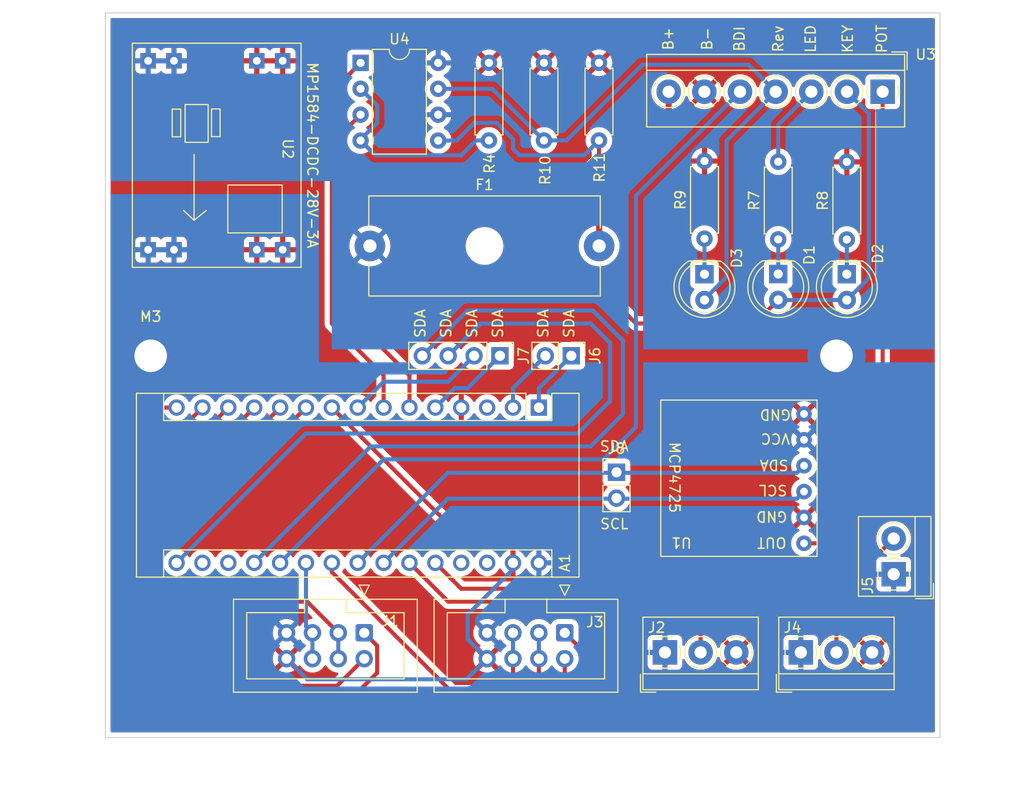
<source format=kicad_pcb>
(kicad_pcb (version 20211014) (generator pcbnew)
  (title_block (date "jeu. 02 avril 2015"))
  (layers (0 "F.Cu" signal) (31 "B.Cu" signal) (34 "B.Paste" user) (35 "F.Paste" user) (36 "B.SilkS" user "B.Silkscreen") (37 "F.SilkS" user "F.Silkscreen") (38 "B.Mask" user) (39 "F.Mask" user) (44 "Edge.Cuts" user))
  (net 0 "")
  (net 1 "GND")
  (net 5 "/ACT0_FB")
  (net 6 "/ACT1_FB")
  (net 7 "/ESTOP_IN")
  (net 8 "/BTS0_IS")
  (net 9 "/MOB_EN")
  (net 10 "/BTS1_IS")
  (net 11 "/MOB_DIR")
  (net 12 "/SDA")
  (net 13 "/BTS0_EN")
  (net 14 "/SCL")
  (net 15 "/BTS0_RPWM")
  (net 16 "/BATT_MON")
  (net 17 "/BTS0_LPWM")
  (net 18 "/BTS1_EN")
  (net 19 "VDD")
  (net 20 "/BTS1_RPWM")
  (net 22 "/BTS1_LPWM")
  (net 23 "Net-(D1-Pad1)")
  (net 24 "/KEY_SW")
  (net 25 "Net-(D2-Pad1)")
  (net 26 "Net-(D3-Pad1)")
  (net 27 "/REV_PIN")
  (net 28 "Net-(F1-Pad2)")
  (net 29 "Net-(R4-Pad2)")
  (net 30 "/MOB_LED")
  (net 31 "/VOUT")
  (net 32 "+24V")
  (net 33 "Net-(A1-Pad1)")
  (net 34 "Net-(A1-Pad2)")
  (net 36 "Net-(A1-Pad8)")
  (net 37 "Net-(A1-Pad5)")
  (net 38 "Net-(A1-Pad19)")
  (net 39 "Net-(J7-Pad3)")
  (footprint "stuipid-electronics-components:MPC4725-Sparkfun" (layer "F.Cu") (at 207.861075 92.71 180)
    (fp_text reference "U1" (at 13.3096 1.3462 180 unlocked) (layer "F.SilkS"))
    (fp_text value "MCP4725-Sparkfun")
    (fp_text user "VCC" (at 4.0894 11.557 180 unlocked) (layer "F.SilkS"))
    (fp_text user "SDA" (at 4.2164 8.9662 180 unlocked) (layer "F.SilkS"))
    (fp_text user "GND" (at 4.445 3.9116 180 unlocked) (layer "F.SilkS"))
    (fp_text user "SCL" (at 4.318 6.5024 180 unlocked) (layer "F.SilkS"))
    (fp_text user "MCP4725" (at 13.9954 7.747 270 unlocked) (layer "F.SilkS"))
    (fp_text user "GND" (at 4.0894 13.9192 180 unlocked) (layer "F.SilkS"))
    (fp_text user "OUT" (at 4.445 1.3462 180 unlocked) (layer "F.SilkS"))
    (pad "1" thru_hole circle locked (at 1.28 1.28 180) (size 1.524 1.524) (drill 0.762) (layers *.Cu *.Mask) (net 31 "/VOUT"))
    (pad "2" thru_hole circle locked (at 1.28 3.82 180) (size 1.524 1.524) (drill 0.762) (layers *.Cu *.Mask) (net 1 "GND"))
    (pad "3" thru_hole circle locked (at 1.28 6.36 180) (size 1.524 1.524) (drill 0.762) (layers *.Cu *.Mask) (net 14 "/SCL"))
    (pad "4" thru_hole circle locked (at 1.28 8.9 180) (size 1.524 1.524) (drill 0.762) (layers *.Cu *.Mask) (net 12 "/SDA"))
    (pad "5" thru_hole circle locked (at 1.28 11.44 180) (size 1.524 1.524) (drill 0.762) (layers *.Cu *.Mask) (net 19 "VDD"))
    (pad "6" thru_hole circle locked (at 1.28 13.98 180) (size 1.524 1.524) (drill 0.762) (layers *.Cu *.Mask) (net 1 "GND"))
  )
  (footprint "Module:Arduino_Nano" (layer "F.Cu") (at 180.556075 78.105 -90)
    (fp_text reference "A1" (at 15.23 -2.54 90) (layer "F.SilkS"))
    (fp_text value "Arduino_Nano_v2.x")
    (pad "1" thru_hole rect locked (at 0 0 270) (size 1.6 1.6) (drill 1) (layers *.Cu *.Mask) (net 33 "Net-(A1-Pad1)"))
    (pad "2" thru_hole oval locked (at 0 2.54 270) (size 1.6 1.6) (drill 1) (layers *.Cu *.Mask) (net 34 "Net-(A1-Pad2)"))
    (pad "3" thru_hole oval locked (at 0 5.08 270) (size 1.6 1.6) (drill 1) (layers *.Cu *.Mask))
    (pad "4" thru_hole oval locked (at 0 7.62 270) (size 1.6 1.6) (drill 1) (layers *.Cu *.Mask) (net 1 "GND"))
    (pad "5" thru_hole oval locked (at 0 10.16 270) (size 1.6 1.6) (drill 1) (layers *.Cu *.Mask) (net 37 "Net-(A1-Pad5)"))
    (pad "6" thru_hole oval locked (at 0 12.7 270) (size 1.6 1.6) (drill 1) (layers *.Cu *.Mask) (net 9 "/MOB_EN"))
    (pad "7" thru_hole oval locked (at 0 15.24 270) (size 1.6 1.6) (drill 1) (layers *.Cu *.Mask) (net 11 "/MOB_DIR"))
    (pad "8" thru_hole oval locked (at 0 17.78 270) (size 1.6 1.6) (drill 1) (layers *.Cu *.Mask) (net 36 "Net-(A1-Pad8)"))
    (pad "9" thru_hole oval locked (at 0 20.32 270) (size 1.6 1.6) (drill 1) (layers *.Cu *.Mask) (net 7 "/ESTOP_IN"))
    (pad "10" thru_hole oval locked (at 0 22.86 270) (size 1.6 1.6) (drill 1) (layers *.Cu *.Mask) (net 13 "/BTS0_EN"))
    (pad "11" thru_hole oval locked (at 0 25.4 270) (size 1.6 1.6) (drill 1) (layers *.Cu *.Mask) (net 17 "/BTS0_LPWM"))
    (pad "12" thru_hole oval locked (at 0 27.94 270) (size 1.6 1.6) (drill 1) (layers *.Cu *.Mask) (net 15 "/BTS0_RPWM"))
    (pad "13" thru_hole oval locked (at 0 30.48 270) (size 1.6 1.6) (drill 1) (layers *.Cu *.Mask) (net 18 "/BTS1_EN"))
    (pad "14" thru_hole oval locked (at 0 33.02 270) (size 1.6 1.6) (drill 1) (layers *.Cu *.Mask) (net 22 "/BTS1_LPWM"))
    (pad "15" thru_hole oval locked (at 0 35.56 270) (size 1.6 1.6) (drill 1) (layers *.Cu *.Mask) (net 20 "/BTS1_RPWM"))
    (pad "16" thru_hole oval locked (at 15.24 35.56 270) (size 1.6 1.6) (drill 1) (layers *.Cu *.Mask) (net 39 "Net-(J7-Pad3)"))
    (pad "17" thru_hole oval locked (at 15.24 33.02 270) (size 1.6 1.6) (drill 1) (layers *.Cu *.Mask))
    (pad "18" thru_hole oval locked (at 15.24 30.48 270) (size 1.6 1.6) (drill 1) (layers *.Cu *.Mask))
    (pad "19" thru_hole oval locked (at 15.24 27.94 270) (size 1.6 1.6) (drill 1) (layers *.Cu *.Mask) (net 38 "Net-(A1-Pad19)"))
    (pad "20" thru_hole oval locked (at 15.24 25.4 270) (size 1.6 1.6) (drill 1) (layers *.Cu *.Mask) (net 16 "/BATT_MON"))
    (pad "21" thru_hole oval locked (at 15.24 22.86 270) (size 1.6 1.6) (drill 1) (layers *.Cu *.Mask) (net 8 "/BTS0_IS"))
    (pad "22" thru_hole oval locked (at 15.24 20.32 270) (size 1.6 1.6) (drill 1) (layers *.Cu *.Mask) (net 10 "/BTS1_IS"))
    (pad "23" thru_hole oval locked (at 15.24 17.78 270) (size 1.6 1.6) (drill 1) (layers *.Cu *.Mask) (net 12 "/SDA"))
    (pad "24" thru_hole oval locked (at 15.24 15.24 270) (size 1.6 1.6) (drill 1) (layers *.Cu *.Mask) (net 14 "/SCL"))
    (pad "25" thru_hole oval locked (at 15.24 12.7 270) (size 1.6 1.6) (drill 1) (layers *.Cu *.Mask) (net 5 "/ACT0_FB"))
    (pad "26" thru_hole oval locked (at 15.24 10.16 270) (size 1.6 1.6) (drill 1) (layers *.Cu *.Mask) (net 6 "/ACT1_FB"))
    (pad "27" thru_hole oval locked (at 15.24 7.62 270) (size 1.6 1.6) (drill 1) (layers *.Cu *.Mask))
    (pad "28" thru_hole oval locked (at 15.24 5.08 270) (size 1.6 1.6) (drill 1) (layers *.Cu *.Mask))
    (pad "29" thru_hole oval locked (at 15.24 2.54 270) (size 1.6 1.6) (drill 1) (layers *.Cu *.Mask) (net 1 "GND"))
    (pad "30" thru_hole oval locked (at 15.24 0 270) (size 1.6 1.6) (drill 1) (layers *.Cu *.Mask) (net 19 "VDD"))
  )
  (footprint "Resistor_THT:R_Axial_DIN0207_L6.3mm_D2.5mm_P7.62mm_Horizontal" (layer "F.Cu") (at 204.051075 61.595 90)
    (fp_text reference "R7" (at 3.81 -2.37 90) (layer "F.SilkS"))
    (fp_text value "330R")
    (pad "1" thru_hole circle locked (at 0 0 90) (size 1.6 1.6) (drill 0.8) (layers *.Cu *.Mask) (net 23 "Net-(D1-Pad1)"))
    (pad "2" thru_hole oval locked (at 7.62 0 90) (size 1.6 1.6) (drill 0.8) (layers *.Cu *.Mask) (net 30 "/MOB_LED"))
  )
  (footprint "TerminalBlock_4Ucon:TerminalBlock_4Ucon_1x03_P3.50mm_Horizontal" (layer "F.Cu") (at 192.931075 102.135)
    (fp_text reference "J2" (at -0.818 -2.44) (layer "F.SilkS"))
    (fp_text value "Act0-FB")
    (pad "1" thru_hole rect locked (at 0 0) (size 2.4 2.4) (drill 1.2) (layers *.Cu *.Mask) (net 19 "VDD"))
    (pad "2" thru_hole circle locked (at 3.5 0) (size 2.4 2.4) (drill 1.2) (layers *.Cu *.Mask) (net 5 "/ACT0_FB"))
    (pad "3" thru_hole circle locked (at 7 0) (size 2.4 2.4) (drill 1.2) (layers *.Cu *.Mask) (net 1 "GND"))
  )
  (footprint "LED_THT:LED_D5.0mm" (layer "F.Cu") (at 204.051075 64.99675 -90)
    (fp_text reference "D1" (at -1.8655 -3.048 90) (layer "F.SilkS"))
    (fp_text value "LED")
    (pad "1" thru_hole rect locked (at 0 0 270) (size 1.8 1.8) (drill 0.9) (layers *.Cu *.Mask) (net 23 "Net-(D1-Pad1)"))
    (pad "2" thru_hole circle locked (at 2.54 0 270) (size 1.8 1.8) (drill 0.9) (layers *.Cu *.Mask) (net 24 "/KEY_SW"))
  )
  (footprint "Fuse:Fuseholder_Cylinder-5x20mm_Schurter_0031_8201_Horizontal_Open" (layer "F.Cu") (at 163.972075 62.24225)
    (fp_text reference "F1" (at 11.25 -6) (layer "F.SilkS"))
    (fp_text value "Fuse")
    (pad "" np_thru_hole circle locked (at 11.25 0) (size 2.7 2.7) (drill 2.7) (layers *.Cu *.Mask))
    (pad "1" thru_hole circle locked (at 0 0) (size 3 3) (drill 1.3) (layers *.Cu *.Mask) (net 32 "+24V"))
    (pad "2" thru_hole circle locked (at 22.5 0) (size 3 3) (drill 1.3) (layers *.Cu *.Mask) (net 28 "Net-(F1-Pad2)"))
  )
  (footprint "LED_THT:LED_D5.0mm" (layer "F.Cu") (at 210.782075 65.009 -90)
    (fp_text reference "D2" (at -2.00475 -3.048 90) (layer "F.SilkS"))
    (fp_text value "LED")
    (pad "1" thru_hole rect locked (at 0 0 270) (size 1.8 1.8) (drill 0.9) (layers *.Cu *.Mask) (net 25 "Net-(D2-Pad1)"))
    (pad "2" thru_hole circle locked (at 2.54 0 270) (size 1.8 1.8) (drill 0.9) (layers *.Cu *.Mask) (net 24 "/KEY_SW"))
  )
  (footprint "TerminalBlock_4Ucon:TerminalBlock_4Ucon_1x02_P3.50mm_Horizontal" (layer "F.Cu") (at 215.381075 94.46 90)
    (fp_text reference "J5" (at -1.115 -2.54 90) (layer "F.SilkS"))
    (fp_text value "ESTOP_INPUT")
    (pad "1" thru_hole rect locked (at 0 0 90) (size 2.4 2.4) (drill 1.2) (layers *.Cu *.Mask) (net 19 "VDD"))
    (pad "2" thru_hole circle locked (at 3.5 0 90) (size 2.4 2.4) (drill 1.2) (layers *.Cu *.Mask) (net 7 "/ESTOP_IN"))
  )
  (footprint "Resistor_THT:R_Axial_DIN0207_L6.3mm_D2.5mm_P7.62mm_Horizontal" (layer "F.Cu") (at 181.055314 44.265489 -90)
    (fp_text reference "R10" (at 10.541 -0.123 90) (layer "F.SilkS"))
    (fp_text value "75R")
    (pad "1" thru_hole circle locked (at 0 0 270) (size 1.6 1.6) (drill 0.8) (layers *.Cu *.Mask) (net 1 "GND"))
    (pad "2" thru_hole oval locked (at 7.62 0 270) (size 1.6 1.6) (drill 0.8) (layers *.Cu *.Mask) (net 27 "/REV_PIN"))
  )
  (footprint "Connector_PinHeader_2.54mm:PinHeader_1x04_P2.54mm_Vertical" (layer "F.Cu") (at 176.736075 73.025 -90)
    (fp_text reference "J7" (at 0 -2.33 90) (layer "F.SilkS"))
    (fp_text value "Breakout")
    (pad "1" thru_hole rect locked (at 0 0 270) (size 1.7 1.7) (drill 1) (layers *.Cu *.Mask) (net 37 "Net-(A1-Pad5)"))
    (pad "2" thru_hole oval locked (at 0 2.54 270) (size 1.7 1.7) (drill 1) (layers *.Cu *.Mask) (net 36 "Net-(A1-Pad8)"))
    (pad "3" thru_hole oval locked (at 0 5.08 270) (size 1.7 1.7) (drill 1) (layers *.Cu *.Mask) (net 39 "Net-(J7-Pad3)"))
    (pad "4" thru_hole oval locked (at 0 7.62 270) (size 1.7 1.7) (drill 1) (layers *.Cu *.Mask) (net 38 "Net-(A1-Pad19)"))
  )
  (footprint "Resistor_THT:R_Axial_DIN0207_L6.3mm_D2.5mm_P7.62mm_Horizontal" (layer "F.Cu") (at 210.782075 61.60725 90)
    (fp_text reference "R8" (at 3.81 -2.37 90) (layer "F.SilkS"))
    (fp_text value "330R")
    (pad "1" thru_hole circle locked (at 0 0 90) (size 1.6 1.6) (drill 0.8) (layers *.Cu *.Mask) (net 25 "Net-(D2-Pad1)"))
    (pad "2" thru_hole oval locked (at 7.62 0 90) (size 1.6 1.6) (drill 0.8) (layers *.Cu *.Mask) (net 1 "GND"))
  )
  (footprint "Connector_IDC:IDC-Header_2x04_P2.54mm_Vertical" (layer "F.Cu") (at 183.096075 100.2125 -90)
    (fp_text reference "J3" (at -1.048591 -2.96 -180) (layer "F.SilkS"))
    (fp_text value "BTS7968-1")
    (pad "1" thru_hole roundrect locked (at 0 0 270) (size 1.7 1.7) (drill 1) (layers *.Cu *.Mask) (roundrect_rratio 0.147059) (net 20 "/BTS1_RPWM"))
    (pad "2" thru_hole circle locked (at 2.54 0 270) (size 1.7 1.7) (drill 1) (layers *.Cu *.Mask) (net 22 "/BTS1_LPWM"))
    (pad "3" thru_hole circle locked (at 0 2.54 270) (size 1.7 1.7) (drill 1) (layers *.Cu *.Mask) (net 18 "/BTS1_EN"))
    (pad "4" thru_hole circle locked (at 2.54 2.54 270) (size 1.7 1.7) (drill 1) (layers *.Cu *.Mask) (net 18 "/BTS1_EN"))
    (pad "5" thru_hole circle locked (at 0 5.08 270) (size 1.7 1.7) (drill 1) (layers *.Cu *.Mask) (net 10 "/BTS1_IS"))
    (pad "6" thru_hole circle locked (at 2.54 5.08 270) (size 1.7 1.7) (drill 1) (layers *.Cu *.Mask) (net 10 "/BTS1_IS"))
    (pad "7" thru_hole circle locked (at 0 7.62 270) (size 1.7 1.7) (drill 1) (layers *.Cu *.Mask) (net 19 "VDD"))
    (pad "8" thru_hole circle locked (at 2.54 7.62 270) (size 1.7 1.7) (drill 1) (layers *.Cu *.Mask) (net 1 "GND"))
  )
  (footprint "Connector_PinHeader_2.54mm:PinHeader_1x02_P2.54mm_Vertical" (layer "F.Cu") (at 188.176075 84.455)
    (fp_text reference "J8" (at 0 -2.33) (layer "F.SilkS"))
    (fp_text value "I2C")
    (pad "1" thru_hole rect locked (at 0 0) (size 1.7 1.7) (drill 1) (layers *.Cu *.Mask) (net 12 "/SDA"))
    (pad "2" thru_hole oval locked (at 0 2.54) (size 1.7 1.7) (drill 1) (layers *.Cu *.Mask) (net 14 "/SCL"))
  )
  (footprint "Resistor_THT:R_Axial_DIN0207_L6.3mm_D2.5mm_P7.62mm_Horizontal" (layer "F.Cu") (at 186.455314 44.265489 -90)
    (fp_text reference "R11" (at 10.287 -0.057 90) (layer "F.SilkS"))
    (fp_text value "75R")
    (pad "1" thru_hole circle locked (at 0 0 270) (size 1.6 1.6) (drill 0.8) (layers *.Cu *.Mask) (net 1 "GND"))
    (pad "2" thru_hole oval locked (at 7.62 0 270) (size 1.6 1.6) (drill 0.8) (layers *.Cu *.Mask) (net 24 "/KEY_SW"))
  )
  (footprint "Connector_PinHeader_2.54mm:PinHeader_1x02_P2.54mm_Vertical" (layer "F.Cu") (at 183.736075 73.025 -90)
    (fp_text reference "J6" (at 0 -2.33 90) (layer "F.SilkS"))
    (fp_text value "UART")
    (pad "1" thru_hole rect locked (at 0 0 270) (size 1.7 1.7) (drill 1) (layers *.Cu *.Mask) (net 33 "Net-(A1-Pad1)"))
    (pad "2" thru_hole oval locked (at 0 2.54 270) (size 1.7 1.7) (drill 1) (layers *.Cu *.Mask) (net 34 "Net-(A1-Pad2)"))
  )
  (footprint "" (layer "F.Cu") (at 209.766075 73.025)
    (fp_text reference "" (at 0 0) (layer "F.SilkS") (effects (font (size 1.27 1.27))))
    (fp_text value "" (at 0 0) (layer "F.SilkS") (effects (font (size 1.27 1.27))))
    (pad "1" thru_hole circle locked (at 0 0) (size 5.7 5.7) (drill 3.2) (layers *.Cu *.Mask))
  )
  (footprint "Connector_IDC:IDC-Header_2x04_P2.54mm_Vertical" (layer "F.Cu") (at 163.411075 100.2125 -90)
    (fp_text reference "J1" (at -1.1525 -2.54 -180) (layer "F.SilkS"))
    (fp_text value "BTS7968-0")
    (pad "1" thru_hole roundrect locked (at 0 0 270) (size 1.7 1.7) (drill 1) (layers *.Cu *.Mask) (roundrect_rratio 0.147059) (net 15 "/BTS0_RPWM"))
    (pad "2" thru_hole circle locked (at 2.54 0 270) (size 1.7 1.7) (drill 1) (layers *.Cu *.Mask) (net 17 "/BTS0_LPWM"))
    (pad "3" thru_hole circle locked (at 0 2.54 270) (size 1.7 1.7) (drill 1) (layers *.Cu *.Mask) (net 13 "/BTS0_EN"))
    (pad "4" thru_hole circle locked (at 2.54 2.54 270) (size 1.7 1.7) (drill 1) (layers *.Cu *.Mask) (net 13 "/BTS0_EN"))
    (pad "5" thru_hole circle locked (at 0 5.08 270) (size 1.7 1.7) (drill 1) (layers *.Cu *.Mask) (net 8 "/BTS0_IS"))
    (pad "6" thru_hole circle locked (at 2.54 5.08 270) (size 1.7 1.7) (drill 1) (layers *.Cu *.Mask) (net 8 "/BTS0_IS"))
    (pad "7" thru_hole circle locked (at 0 7.62 270) (size 1.7 1.7) (drill 1) (layers *.Cu *.Mask) (net 19 "VDD"))
    (pad "8" thru_hole circle locked (at 2.54 7.62 270) (size 1.7 1.7) (drill 1) (layers *.Cu *.Mask) (net 1 "GND"))
  )
  (footprint "Resistor_THT:R_Axial_DIN0207_L6.3mm_D2.5mm_P7.62mm_Horizontal" (layer "F.Cu") (at 196.812075 61.5275 90)
    (fp_text reference "R9" (at 3.81 -2.37 90) (layer "F.SilkS"))
    (fp_text value "330R")
    (pad "1" thru_hole circle locked (at 0 0 90) (size 1.6 1.6) (drill 0.8) (layers *.Cu *.Mask) (net 26 "Net-(D3-Pad1)"))
    (pad "2" thru_hole oval locked (at 7.62 0 90) (size 1.6 1.6) (drill 0.8) (layers *.Cu *.Mask) (net 1 "GND"))
  )
  (footprint "stuipid-electronics-components:MP1584" (layer "F.Cu") (at 148.806075 53.34 -90)
    (fp_text reference "U2" (at -0.635 -7.112 -90 unlocked) (layer "F.SilkS"))
    (fp_text value "MP1584-DCDC-28V-3A" (at 0 -9.525 -90 unlocked) (layer "F.SilkS"))
    (pad "1" thru_hole rect locked (at -9.271 6.604 270) (size 1.524 1.524) (drill 0.762) (layers *.Cu *.Mask) (net 32 "+24V"))
    (pad "1" thru_hole rect locked (at -9.271 4.064 270) (size 1.524 1.524) (drill 0.762) (layers *.Cu *.Mask) (net 32 "+24V"))
    (pad "2" thru_hole rect locked (at -9.271 -4.064 270) (size 1.524 1.524) (drill 0.762) (layers *.Cu *.Mask) (net 1 "GND"))
    (pad "2" thru_hole rect locked (at -9.271 -6.604 270) (size 1.524 1.524) (drill 0.762) (layers *.Cu *.Mask) (net 1 "GND"))
    (pad "3" thru_hole rect locked (at 9.271 -6.604 270) (size 1.524 1.524) (drill 0.762) (layers *.Cu *.Mask) (net 1 "GND"))
    (pad "3" thru_hole rect locked (at 9.271 -4.064 270) (size 1.524 1.524) (drill 0.762) (layers *.Cu *.Mask) (net 1 "GND"))
    (pad "4" thru_hole rect locked (at 9.271 4.064 270) (size 1.524 1.524) (drill 0.762) (layers *.Cu *.Mask) (net 19 "VDD"))
    (pad "4" thru_hole rect locked (at 9.271 6.604 270) (size 1.524 1.524) (drill 0.762) (layers *.Cu *.Mask) (net 19 "VDD"))
  )
  (footprint "MountingHole:MountingHole_3.2mm_M3_ISO7380_Pad" (layer "F.Cu") (at 142.456075 73.025)
    (fp_text reference "M3" (at 0 -3.85) (layer "F.SilkS"))
    (fp_text value "MountingHole_3.2mm_M3_ISO7380_Pad")
    (pad "1" thru_hole circle locked (at 0 0) (size 5.7 5.7) (drill 3.2) (layers *.Cu *.Mask))
  )
  (footprint "LED_THT:LED_D5.0mm" (layer "F.Cu") (at 196.812075 65.009 -90)
    (fp_text reference "D3" (at -1.56425 -3.175 90) (layer "F.SilkS"))
    (fp_text value "LED")
    (pad "1" thru_hole rect locked (at 0 0 270) (size 1.8 1.8) (drill 0.9) (layers *.Cu *.Mask) (net 26 "Net-(D3-Pad1)"))
    (pad "2" thru_hole circle locked (at 2.54 0 270) (size 1.8 1.8) (drill 0.9) (layers *.Cu *.Mask) (net 27 "/REV_PIN"))
  )
  (footprint "Package_DIP:DIP-8_W7.62mm" (layer "F.Cu") (at 163.055314 44.275489)
    (fp_text reference "U4" (at 3.81 -2.33) (layer "F.SilkS"))
    (fp_text value "DUAL-OPTO")
    (pad "1" thru_hole rect locked (at 0 0) (size 1.6 1.6) (drill 0.8) (layers *.Cu *.Mask) (net 11 "/MOB_DIR"))
    (pad "2" thru_hole oval locked (at 0 2.54) (size 1.6 1.6) (drill 0.8) (layers *.Cu *.Mask) (net 29 "Net-(R4-Pad2)"))
    (pad "3" thru_hole oval locked (at 0 5.08) (size 1.6 1.6) (drill 0.8) (layers *.Cu *.Mask) (net 9 "/MOB_EN"))
    (pad "4" thru_hole oval locked (at 0 7.62) (size 1.6 1.6) (drill 0.8) (layers *.Cu *.Mask) (net 29 "Net-(R4-Pad2)"))
    (pad "5" thru_hole oval locked (at 7.62 7.62) (size 1.6 1.6) (drill 0.8) (layers *.Cu *.Mask) (net 24 "/KEY_SW"))
    (pad "6" thru_hole oval locked (at 7.62 5.08) (size 1.6 1.6) (drill 0.8) (layers *.Cu *.Mask) (net 32 "+24V"))
    (pad "7" thru_hole oval locked (at 7.62 2.54) (size 1.6 1.6) (drill 0.8) (layers *.Cu *.Mask) (net 27 "/REV_PIN"))
    (pad "8" thru_hole oval locked (at 7.62 0) (size 1.6 1.6) (drill 0.8) (layers *.Cu *.Mask) (net 32 "+24V"))
  )
  (footprint "TerminalBlock_4Ucon:TerminalBlock_4Ucon_1x07_P3.50mm_Horizontal" (layer "F.Cu") (at 214.297075 47.10225 180)
    (fp_text reference "U3" (at -4.232 3.656) (layer "F.SilkS"))
    (fp_text value "stupid-curtis-unit-basic")
    (pad "1" thru_hole rect locked (at 0 0 180) (size 2.4 2.4) (drill 1.2) (layers *.Cu *.Mask) (net 31 "/VOUT"))
    (pad "2" thru_hole circle locked (at 3.5 0 180) (size 2.4 2.4) (drill 1.2) (layers *.Cu *.Mask) (net 24 "/KEY_SW"))
    (pad "3" thru_hole circle locked (at 7 0 180) (size 2.4 2.4) (drill 1.2) (layers *.Cu *.Mask) (net 30 "/MOB_LED"))
    (pad "4" thru_hole circle locked (at 10.5 0 180) (size 2.4 2.4) (drill 1.2) (layers *.Cu *.Mask) (net 27 "/REV_PIN"))
    (pad "5" thru_hole circle locked (at 14 0 180) (size 2.4 2.4) (drill 1.2) (layers *.Cu *.Mask) (net 16 "/BATT_MON"))
    (pad "6" thru_hole circle locked (at 17.5 0 180) (size 2.4 2.4) (drill 1.2) (layers *.Cu *.Mask) (net 1 "GND"))
    (pad "7" thru_hole circle locked (at 21 0 180) (size 2.4 2.4) (drill 1.2) (layers *.Cu *.Mask) (net 28 "Net-(F1-Pad2)"))
  )
  (footprint "Resistor_THT:R_Axial_DIN0207_L6.3mm_D2.5mm_P7.62mm_Horizontal" (layer "F.Cu") (at 175.655314 44.265489 -90)
    (fp_text reference "R4" (at 9.906 -0.062 90) (layer "F.SilkS"))
    (fp_text value "68R")
    (pad "1" thru_hole circle locked (at 0 0 270) (size 1.6 1.6) (drill 0.8) (layers *.Cu *.Mask) (net 1 "GND"))
    (pad "2" thru_hole oval locked (at 7.62 0 270) (size 1.6 1.6) (drill 0.8) (layers *.Cu *.Mask) (net 29 "Net-(R4-Pad2)"))
  )
  (footprint "TerminalBlock_4Ucon:TerminalBlock_4Ucon_1x03_P3.50mm_Horizontal" (layer "F.Cu") (at 206.266075 102.135)
    (fp_text reference "J4" (at -0.818 -2.44) (layer "F.SilkS"))
    (fp_text value "Act1-FB")
    (pad "1" thru_hole rect locked (at 0 0) (size 2.4 2.4) (drill 1.2) (layers *.Cu *.Mask) (net 19 "VDD"))
    (pad "2" thru_hole circle locked (at 3.5 0) (size 2.4 2.4) (drill 1.2) (layers *.Cu *.Mask) (net 6 "/ACT1_FB"))
    (pad "3" thru_hole circle locked (at 7 0) (size 2.4 2.4) (drill 1.2) (layers *.Cu *.Mask) (net 1 "GND"))
  )
  (gr_rect (start 138.011075 110.49) (end 219.926075 39.37) (layer "Edge.Cuts") (width 0.1) (fill none))
  (gr_text "SDA" (at 168.91 69.85 90) (layer "F.SilkS") (effects (font (size 1 1))))
  (gr_text "B-" (at 197.066075 41.91 90) (layer "F.SilkS") (effects (font (size 1 1))))
  (gr_text "SDA" (at 180.975 69.85 90) (layer "F.SilkS") (effects (font (size 1 1))))
  (gr_text "BDI\n" (at 200.241075 41.91 90) (layer "F.SilkS") (effects (font (size 1 1))))
  (gr_text "SCL" (at 187.96 89.535) (layer "F.SilkS") (effects (font (size 1 1))))
  (gr_text "SDA" (at 171.45 69.85 90) (layer "F.SilkS") (effects (font (size 1 1))))
  (gr_text "Rev" (at 204.051075 41.91 90) (layer "F.SilkS") (effects (font (size 1 1))))
  (gr_text "SDA" (at 173.99 69.85 90) (layer "F.SilkS") (effects (font (size 1 1))))
  (gr_text "SDA" (at 176.53 69.85 90) (layer "F.SilkS") (effects (font (size 1 1))))
  (gr_text "SDA" (at 187.96 81.915) (layer "F.SilkS") (effects (font (size 1 1))))
  (gr_text "POT" (at 214.211075 41.91 90) (layer "F.SilkS") (effects (font (size 1 1))))
  (gr_text "KEY\n\n" (at 211.671075 41.91 90) (layer "F.SilkS") (effects (font (size 1 1))))
  (gr_text "SDA" (at 183.515 69.85 90) (layer "F.SilkS") (effects (font (size 1 1))))
  (gr_text "B+\n" (at 193.256075 41.91 90) (layer "F.SilkS") (effects (font (size 1 1))))
  (gr_text "LED" (at 207.226075 41.91 90) (layer "F.SilkS") (effects (font (size 1 1))))
  (segment (start 178.016075 93.98) (end 178.016075 93.345) (width 0.4) (layer "B.Cu") (net 1))
  (segment (start 157.813575 104.775) (end 173.453575 104.775) (width 0.4) (layer "B.Cu") (net 1))
  (segment (start 155.791075 102.7525) (end 157.813575 104.775) (width 0.4) (layer "B.Cu") (net 1))
  (segment (start 173.453575 104.775) (end 175.476075 102.7525) (width 0.4) (layer "B.Cu") (net 1))
  (segment (start 173.571075 100.8475) (end 173.571075 98.425) (width 0.4) (layer "B.Cu") (net 1))
  (segment (start 173.571075 98.425) (end 178.016075 93.98) (width 0.4) (layer "B.Cu") (net 1))
  (segment (start 175.476075 102.7525) (end 173.571075 100.8475) (width 0.4) (layer "B.Cu") (net 1))
  (segment (start 196.431075 102.135) (end 196.431075 100.23) (width 0.4) (layer "F.Cu") (net 5))
  (segment (start 193.356075 97.155) (end 171.666075 97.155) (width 0.4) (layer "F.Cu") (net 5))
  (segment (start 196.431075 100.23) (end 193.356075 97.155) (width 0.4) (layer "F.Cu") (net 5))
  (segment (start 171.666075 97.155) (end 167.856075 93.345) (width 0.4) (layer "F.Cu") (net 5))
  (segment (start 170.396075 93.345) (end 172.936075 95.885) (width 0.4) (layer "F.Cu") (net 6))
  (segment (start 205.421075 95.885) (end 209.766075 100.23) (width 0.4) (layer "F.Cu") (net 6))
  (segment (start 172.936075 95.885) (end 205.421075 95.885) (width 0.4) (layer "F.Cu") (net 6))
  (segment (start 209.766075 100.23) (end 209.766075 102.135) (width 0.4) (layer "F.Cu") (net 6))
  (segment (start 215.381075 90.96) (end 211.726075 94.615) (width 0.4) (layer "F.Cu") (net 7))
  (segment (start 211.726075 94.615) (end 192.621075 94.615) (width 0.4) (layer "F.Cu") (net 7))
  (segment (start 187.541075 89.535) (end 171.666075 89.535) (width 0.4) (layer "F.Cu") (net 7))
  (segment (start 192.621075 94.615) (end 187.541075 89.535) (width 0.4) (layer "F.Cu") (net 7))
  (segment (start 171.666075 89.535) (end 160.236075 78.105) (width 0.4) (layer "F.Cu") (net 7))
  (segment (start 157.696075 93.345) (end 157.696075 99.5775) (width 0.4) (layer "B.Cu") (net 8))
  (segment (start 158.331075 100.2125) (end 158.331075 102.7525) (width 0.4) (layer "B.Cu") (net 8))
  (segment (start 157.696075 99.5775) (end 158.331075 100.2125) (width 0.4) (layer "B.Cu") (net 8))
  (segment (start 161.506075 68.59) (end 161.506075 50.904728) (width 0.4) (layer "F.Cu") (net 9))
  (segment (start 167.856075 74.94) (end 167.856075 78.105) (width 0.4) (layer "F.Cu") (net 9))
  (segment (start 161.506075 50.904728) (end 163.055314 49.355489) (width 0.4) (layer "F.Cu") (net 9))
  (segment (start 161.506075 68.59) (end 167.856075 74.94) (width 0.4) (layer "F.Cu") (net 9))
  (segment (start 172.027565 106.045) (end 160.236075 94.25351) (width 0.4) (layer "F.Cu") (net 10))
  (segment (start 160.236075 94.25351) (end 160.236075 93.345) (width 0.4) (layer "F.Cu") (net 10))
  (segment (start 178.016075 104.4575) (end 176.428575 106.045) (width 0.4) (layer "F.Cu") (net 10))
  (segment (start 178.016075 102.87) (end 178.016075 104.4575) (width 0.4) (layer "F.Cu") (net 10))
  (segment (start 176.428575 106.045) (end 172.027565 106.045) (width 0.4) (layer "F.Cu") (net 10))
  (segment (start 178.016075 100.33) (end 178.016075 102.87) (width 0.4) (layer "B.Cu") (net 10))
  (segment (start 160.236075 47.094728) (end 163.055314 44.275489) (width 0.4) (layer "F.Cu") (net 11))
  (segment (start 160.236075 69.86) (end 165.316075 74.94) (width 0.4) (layer "F.Cu") (net 11))
  (segment (start 165.316075 74.94) (end 165.316075 78.105) (width 0.4) (layer "F.Cu") (net 11))
  (segment (start 160.236075 69.86) (end 160.236075 47.094728) (width 0.4) (layer "F.Cu") (net 11))
  (segment (start 171.612575 84.5085) (end 205.882575 84.5085) (width 0.4) (layer "B.Cu") (net 12))
  (segment (start 205.882575 84.5085) (end 206.581075 83.81) (width 0.4) (layer "B.Cu") (net 12))
  (segment (start 162.776075 93.345) (end 171.612575 84.5085) (width 0.4) (layer "B.Cu") (net 12))
  (segment (start 143.055595 88.93548) (end 147.536075 84.455) (width 0.4) (layer "F.Cu") (net 13))
  (segment (start 147.536075 84.455) (end 151.346075 84.455) (width 0.4) (layer "F.Cu") (net 13))
  (segment (start 143.726075 97.155) (end 143.055595 96.48452) (width 0.4) (layer "F.Cu") (net 13))
  (segment (start 160.871075 100.2125) (end 157.813575 97.155) (width 0.4) (layer "F.Cu") (net 13))
  (segment (start 143.055595 96.48452) (end 143.055595 88.93548) (width 0.4) (layer "F.Cu") (net 13))
  (segment (start 151.346075 84.455) (end 157.696075 78.105) (width 0.4) (layer "F.Cu") (net 13))
  (segment (start 157.813575 97.155) (end 143.726075 97.155) (width 0.4) (layer "F.Cu") (net 13))
  (segment (start 160.871075 102.87) (end 160.871075 100.33) (width 0.4) (layer "B.Cu") (net 13))
  (segment (start 171.612575 87.0485) (end 205.882575 87.0485) (width 0.4) (layer "B.Cu") (net 14))
  (segment (start 165.316075 93.345) (end 171.612575 87.0485) (width 0.4) (layer "B.Cu") (net 14))
  (segment (start 205.882575 87.0485) (end 206.581075 86.35) (width 0.4) (layer "B.Cu") (net 14))
  (segment (start 164.681075 101.4825) (end 164.681075 104.14) (width 0.4) (layer "F.Cu") (net 15))
  (segment (start 144.361075 82.55) (end 148.171075 82.55) (width 0.4) (layer "F.Cu") (net 15))
  (segment (start 148.806075 106.68) (end 141.821075 99.695) (width 0.4) (layer "F.Cu") (net 15))
  (segment (start 141.821075 85.09) (end 144.361075 82.55) (width 0.4) (layer "F.Cu") (net 15))
  (segment (start 162.141075 106.68) (end 148.806075 106.68) (width 0.4) (layer "F.Cu") (net 15))
  (segment (start 164.681075 104.14) (end 162.141075 106.68) (width 0.4) (layer "F.Cu") (net 15))
  (segment (start 163.411075 100.2125) (end 164.681075 101.4825) (width 0.4) (layer "F.Cu") (net 15))
  (segment (start 141.821075 99.695) (end 141.821075 85.09) (width 0.4) (layer "F.Cu") (net 15))
  (segment (start 148.171075 82.55) (end 152.616075 78.105) (width 0.4) (layer "F.Cu") (net 15))
  (segment (start 186.906075 83.185) (end 190.081075 80.01) (width 0.4) (layer "B.Cu") (net 16))
  (segment (start 190.081075 57.31825) (end 200.297075 47.10225) (width 0.4) (layer "B.Cu") (net 16))
  (segment (start 155.156075 93.345) (end 165.316075 83.185) (width 0.4) (layer "B.Cu") (net 16))
  (segment (start 190.081075 80.01) (end 190.081075 57.31825) (width 0.4) (layer "B.Cu") (net 16))
  (segment (start 165.316075 83.185) (end 186.906075 83.185) (width 0.4) (layer "B.Cu") (net 16))
  (segment (start 160.753575 105.41) (end 148.806075 105.41) (width 0.4) (layer "F.Cu") (net 17))
  (segment (start 142.456075 86.995) (end 145.631075 83.82) (width 0.4) (layer "F.Cu") (net 17))
  (segment (start 148.806075 105.41) (end 142.456075 99.06) (width 0.4) (layer "F.Cu") (net 17))
  (segment (start 145.631075 83.82) (end 149.441075 83.82) (width 0.4) (layer "F.Cu") (net 17))
  (segment (start 149.441075 83.82) (end 155.156075 78.105) (width 0.4) (layer "F.Cu") (net 17))
  (segment (start 163.411075 102.7525) (end 160.753575 105.41) (width 0.4) (layer "F.Cu") (net 17))
  (segment (start 142.456075 99.06) (end 142.456075 86.995) (width 0.4) (layer "F.Cu") (net 17))
  (segment (start 141.186075 100.33) (end 141.186075 83.82) (width 0.4) (layer "F.Cu") (net 18))
  (segment (start 177.381075 107.315) (end 148.171075 107.315) (width 0.4) (layer "F.Cu") (net 18))
  (segment (start 180.556075 104.14) (end 177.381075 107.315) (width 0.4) (layer "F.Cu") (net 18))
  (segment (start 143.726075 81.28) (end 146.901075 81.28) (width 0.4) (layer "F.Cu") (net 18))
  (segment (start 141.186075 83.82) (end 143.726075 81.28) (width 0.4) (layer "F.Cu") (net 18))
  (segment (start 180.556075 102.7525) (end 180.556075 104.14) (width 0.4) (layer "F.Cu") (net 18))
  (segment (start 146.901075 81.28) (end 150.076075 78.105) (width 0.4) (layer "F.Cu") (net 18))
  (segment (start 148.171075 107.315) (end 141.186075 100.33) (width 0.4) (layer "F.Cu") (net 18))
  (segment (start 180.556075 100.33) (end 180.556075 102.87) (width 0.4) (layer "B.Cu") (net 18))
  (segment (start 146.901075 108.585) (end 139.916075 101.6) (width 0.4) (layer "F.Cu") (net 20))
  (segment (start 139.916075 81.28) (end 143.091075 78.105) (width 0.4) (layer "F.Cu") (net 20))
  (segment (start 185.001075 102.1175) (end 185.001075 104.775) (width 0.4) (layer "F.Cu") (net 20))
  (segment (start 185.001075 104.775) (end 181.191075 108.585) (width 0.4) (layer "F.Cu") (net 20))
  (segment (start 139.916075 101.6) (end 139.916075 81.28) (width 0.4) (layer "F.Cu") (net 20))
  (segment (start 181.191075 108.585) (end 146.901075 108.585) (width 0.4) (layer "F.Cu") (net 20))
  (segment (start 183.096075 100.2125) (end 185.001075 102.1175) (width 0.4) (layer "F.Cu") (net 20))
  (segment (start 143.091075 78.105) (end 144.996075 78.105) (width 0.4) (layer "F.Cu") (net 20))
  (segment (start 140.551075 100.965) (end 140.551075 82.55) (width 0.4) (layer "F.Cu") (net 22))
  (segment (start 143.091075 80.01) (end 145.631075 80.01) (width 0.4) (layer "F.Cu") (net 22))
  (segment (start 183.096075 102.7525) (end 183.096075 104.14) (width 0.4) (layer "F.Cu") (net 22))
  (segment (start 140.551075 82.55) (end 143.091075 80.01) (width 0.4) (layer "F.Cu") (net 22))
  (segment (start 145.631075 80.01) (end 147.536075 78.105) (width 0.4) (layer "F.Cu") (net 22))
  (segment (start 147.536075 107.95) (end 140.551075 100.965) (width 0.4) (layer "F.Cu") (net 22))
  (segment (start 183.096075 104.14) (end 179.286075 107.95) (width 0.4) (layer "F.Cu") (net 22))
  (segment (start 179.286075 107.95) (end 147.536075 107.95) (width 0.4) (layer "F.Cu") (net 22))
  (segment (start 204.051075 61.595) (end 204.051075 64.99675) (width 0.4) (layer "B.Cu") (net 23))
  (segment (start 201.737825 69.85) (end 204.051075 67.53675) (width 0.4) (layer "F.Cu") (net 24))
  (segment (start 183.096075 62.865) (end 190.081075 69.85) (width 0.4) (layer "F.Cu") (net 24))
  (segment (start 183.096075 57.15) (end 183.096075 62.865) (width 0.4) (layer "F.Cu") (net 24))
  (segment (start 190.081075 69.85) (end 201.737825 69.85) (width 0.4) (layer "F.Cu") (net 24))
  (segment (start 186.455314 51.885489) (end 186.455314 53.790761) (width 0.4) (layer "F.Cu") (net 24))
  (segment (start 186.455314 53.790761) (end 183.096075 57.15) (width 0.4) (layer "F.Cu") (net 24))
  (segment (start 212.941075 65.39) (end 212.941075 49.24625) (width 0.4) (layer "B.Cu") (net 24))
  (segment (start 176.428575 50.165) (end 174.206075 50.165) (width 0.4) (layer "B.Cu") (net 24))
  (segment (start 178.016075 52.705) (end 178.016075 51.7525) (width 0.4) (layer "B.Cu") (net 24))
  (segment (start 204.063325 67.549) (end 204.051075 67.53675) (width 0.25) (layer "B.Cu") (net 24))
  (segment (start 178.016075 51.7525) (end 176.428575 50.165) (width 0.4) (layer "B.Cu") (net 24))
  (segment (start 174.206075 50.165) (end 172.475586 51.895489) (width 0.4) (layer "B.Cu") (net 24))
  (segment (start 185.000803 53.34) (end 178.651075 53.34) (width 0.4) (layer "B.Cu") (net 24))
  (segment (start 178.651075 53.34) (end 178.016075 52.705) (width 0.4) (layer "B.Cu") (net 24))
  (segment (start 212.941075 49.24625) (end 210.797075 47.10225) (width 0.4) (layer "B.Cu") (net 24))
  (segment (start 210.782075 67.549) (end 212.941075 65.39) (width 0.4) (layer "B.Cu") (net 24))
  (segment (start 186.455314 51.885489) (end 185.000803 53.34) (width 0.4) (layer "B.Cu") (net 24))
  (segment (start 210.782075 67.549) (end 204.063325 67.549) (width 0.4) (layer "B.Cu") (net 24))
  (segment (start 172.475586 51.895489) (end 170.675314 51.895489) (width 0.4) (layer "B.Cu") (net 24))
  (segment (start 210.782075 61.60725) (end 210.782075 65.009) (width 0.4) (layer "B.Cu") (net 25))
  (segment (start 196.812075 61.5275) (end 196.812075 65.009) (width 0.4) (layer "B.Cu") (net 26))
  (segment (start 201.144825 44.45) (end 203.797075 47.10225) (width 0.4) (layer "B.Cu") (net 27))
  (segment (start 190.716075 44.45) (end 201.144825 44.45) (width 0.4) (layer "B.Cu") (net 27))
  (segment (start 198.971075 51.92825) (end 203.797075 47.10225) (width 0.4) (layer "B.Cu") (net 27))
  (segment (start 181.055314 51.885489) (end 175.985314 46.815489) (width 0.4) (layer "B.Cu") (net 27))
  (segment (start 196.812075 67.549) (end 196.812075 67.458022) (width 0.25) (layer "B.Cu") (net 27))
  (segment (start 181.055314 51.885489) (end 183.280586 51.885489) (width 0.4) (layer "B.Cu") (net 27))
  (segment (start 196.812075 67.458022) (end 198.971075 65.299022) (width 0.4) (layer "B.Cu") (net 27))
  (segment (start 175.985314 46.815489) (end 170.675314 46.815489) (width 0.4) (layer "B.Cu") (net 27))
  (segment (start 198.971075 65.299022) (end 198.971075 51.92825) (width 0.4) (layer "B.Cu") (net 27))
  (segment (start 183.280586 51.885489) (end 190.716075 44.45) (width 0.4) (layer "B.Cu") (net 27))
  (segment (start 186.472075 62.24225) (end 186.472075 57.584) (width 0.6) (layer "F.Cu") (net 28))
  (segment (start 186.472075 57.584) (end 193.297075 50.759) (width 0.6) (layer "F.Cu") (net 28))
  (segment (start 193.297075 50.759) (end 193.297075 47.10225) (width 0.6) (layer "F.Cu") (net 28))
  (segment (start 164.681075 50.165) (end 164.681075 48.44125) (width 0.4) (layer "B.Cu") (net 29))
  (segment (start 164.499825 53.34) (end 172.936075 53.34) (width 0.4) (layer "B.Cu") (net 29))
  (segment (start 174.390586 51.885489) (end 175.655314 51.885489) (width 0.4) (layer "B.Cu") (net 29))
  (segment (start 163.055314 51.895489) (end 164.499825 53.34) (width 0.4) (layer "B.Cu") (net 29))
  (segment (start 163.055314 51.895489) (end 163.055314 51.790761) (width 0.25) (layer "B.Cu") (net 29))
  (segment (start 164.681075 48.44125) (end 163.055314 46.815489) (width 0.4) (layer "B.Cu") (net 29))
  (segment (start 163.055314 51.790761) (end 164.681075 50.165) (width 0.4) (layer "B.Cu") (net 29))
  (segment (start 172.936075 53.34) (end 174.390586 51.885489) (width 0.4) (layer "B.Cu") (net 29))
  (segment (start 204.051075 50.34825) (end 207.297075 47.10225) (width 0.4) (layer "B.Cu") (net 30))
  (segment (start 204.051075 53.975) (end 204.051075 50.34825) (width 0.4) (layer "B.Cu") (net 30))
  (segment (start 206.581075 91.43) (end 207.871075 91.43) (width 0.4) (layer "F.Cu") (net 31))
  (segment (start 207.871075 91.43) (end 214.297075 85.004) (width 0.4) (layer "F.Cu") (net 31))
  (segment (start 214.297075 85.004) (end 214.297075 47.10225) (width 0.4) (layer "F.Cu") (net 31))
  (segment (start 180.556075 76.205) (end 183.736075 73.025) (width 0.4) (layer "B.Cu") (net 33))
  (segment (start 180.556075 78.105) (end 180.556075 76.205) (width 0.4) (layer "B.Cu") (net 33))
  (segment (start 178.016075 76.205) (end 181.191075 73.03) (width 0.4) (layer "B.Cu") (net 34))
  (segment (start 178.016075 78.105) (end 178.016075 76.205) (width 0.4) (layer "B.Cu") (net 34))
  (segment (start 181.191075 73.03) (end 181.191075 73.025) (width 0.4) (layer "B.Cu") (net 34))
  (segment (start 171.656075 75.565) (end 174.196075 73.025) (width 0.4) (layer "B.Cu") (net 36))
  (segment (start 165.316075 75.565) (end 171.656075 75.565) (width 0.4) (layer "B.Cu") (net 36))
  (segment (start 162.776075 78.105) (end 165.316075 75.565) (width 0.4) (layer "B.Cu") (net 36))
  (segment (start 172.311075 76.19) (end 173.571075 76.19) (width 0.4) (layer "B.Cu") (net 37))
  (segment (start 170.396075 78.105) (end 172.311075 76.19) (width 0.4) (layer "B.Cu") (net 37))
  (segment (start 173.571075 76.19) (end 176.736075 73.025) (width 0.4) (layer "B.Cu") (net 37))
  (segment (start 164.046075 81.915) (end 185.636075 81.915) (width 0.4) (layer "B.Cu") (net 38))
  (segment (start 173.561075 68.58) (end 169.116075 73.025) (width 0.4) (layer "B.Cu") (net 38))
  (segment (start 188.811075 71.542151) (end 185.848924 68.58) (width 0.4) (layer "B.Cu") (net 38))
  (segment (start 152.616075 93.345) (end 164.046075 81.915) (width 0.4) (layer "B.Cu") (net 38))
  (segment (start 188.811075 78.74) (end 188.811075 71.542151) (width 0.4) (layer "B.Cu") (net 38))
  (segment (start 185.636075 81.915) (end 188.811075 78.74) (width 0.4) (layer "B.Cu") (net 38))
  (segment (start 185.848924 68.58) (end 173.561075 68.58) (width 0.4) (layer "B.Cu") (net 38))
  (segment (start 157.696075 80.645) (end 144.996075 93.345) (width 0.4) (layer "B.Cu") (net 39))
  (segment (start 174.831075 69.85) (end 185.636075 69.85) (width 0.4) (layer "B.Cu") (net 39))
  (segment (start 171.656075 73.025) (end 174.831075 69.85) (width 0.4) (layer "B.Cu") (net 39))
  (segment (start 187.541075 77.47) (end 184.366075 80.645) (width 0.4) (layer "B.Cu") (net 39))
  (segment (start 185.636075 69.85) (end 187.541075 71.755) (width 0.4) (layer "B.Cu") (net 39))
  (segment (start 184.366075 80.645) (end 157.696075 80.645) (width 0.4) (layer "B.Cu") (net 39))
  (segment (start 187.541075 71.755) (end 187.541075 77.47) (width 0.4) (layer "B.Cu") (net 39))
  (zone (net 1) (net_name "GND") (layer "F.Cu") (connect_pads (clearance 0.508)) (min_thickness 0.254) (fill yes (thermal_gap 0.508) (thermal_bridge_width 0.508))
    (polygon (pts (xy 227.546075 115.57) (xy 137.376075 115.57) (xy 137.376075 38.735) (xy 227.546075 38.735)))
  )
  (zone (net 19) (net_name "VDD") (layer "B.Cu") (connect_pads (clearance 0.508)) (min_thickness 0.254) (fill yes (thermal_gap 0.508) (thermal_bridge_width 0.508))
    (polygon (pts (xy 158.966075 73.66) (xy 228.181075 73.66) (xy 228.181075 116.205) (xy 136.741075 116.205) (xy 136.741075 57.15) (xy 158.966075 57.15)))
  )
  (zone (net 32) (net_name "+24V") (layer "B.Cu") (connect_pads (clearance 0.508)) (min_thickness 0.254) (fill yes (thermal_gap 0.508) (thermal_bridge_width 0.508))
    (polygon (pts (xy 228.181075 72.39) (xy 160.236075 72.39) (xy 160.236075 55.88) (xy 136.741075 55.88) (xy 136.741075 38.1) (xy 228.181075 38.1)))
  )
)
</source>
